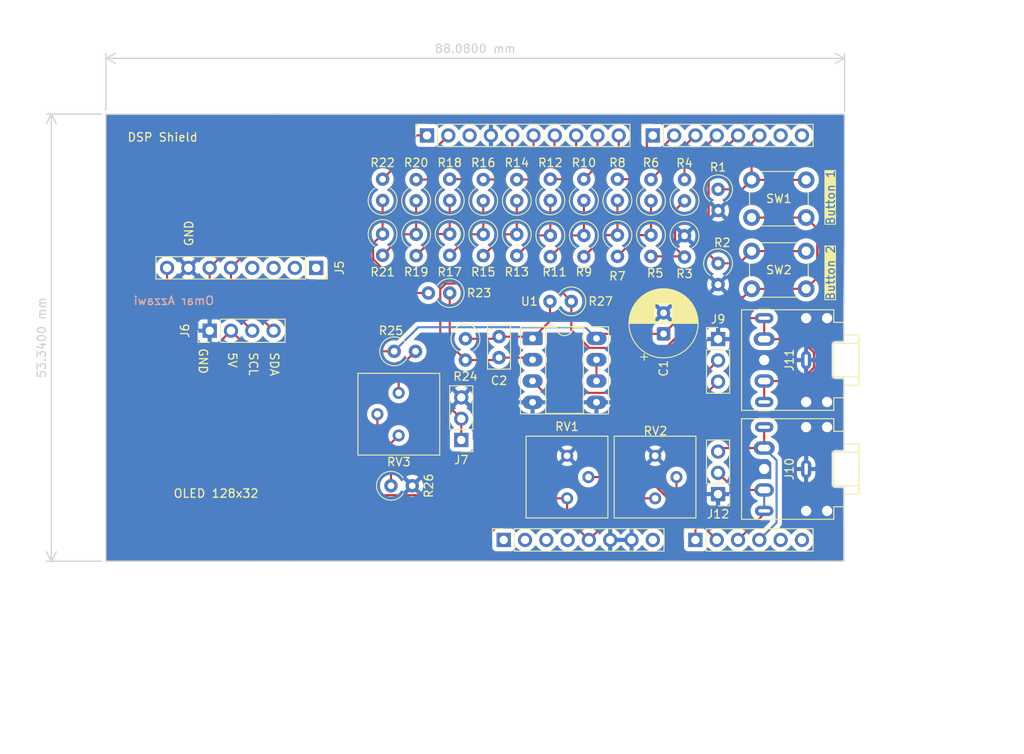
<source format=kicad_pcb>
(kicad_pcb (version 20241229) (generator "pcbnew") (generator_version "9.0")
  (title_block (date "mar. 31 mars 2015"))
  (layers (0 "F.Cu" signal) (2 "B.Cu" signal) (13 "F.Paste" user) (15 "B.Paste" user) (5 "F.SilkS" user "F.Silkscreen") (7 "B.SilkS" user "B.Silkscreen") (1 "F.Mask" user) (3 "B.Mask" user) (25 "Edge.Cuts" user))
  (net 0 "")
  (net 1 "GND")
  (net 3 "+5V")
  (net 4 "/IOREF")
  (net 5 "/A0")
  (net 6 "/A1")
  (net 7 "/SDA{slash}A4")
  (net 8 "/SCL{slash}A5")
  (net 9 "/AREF")
  (net 10 "/TX{slash}1")
  (net 11 "/RX{slash}0")
  (net 12 "+3V3")
  (net 13 "VCC")
  (net 14 "/~{RESET}")
  (net 15 "/SCL")
  (net 16 "/SDA")
  (net 21 "/BT1")
  (net 22 "/BT2")
  (net 23 "Net-(C2-Pad2)")
  (net 24 "Net-(U1A--)")
  (net 25 "/D7")
  (net 26 "/D8")
  (net 27 "/D9")
  (net 28 "/D6")
  (net 29 "/D4")
  (net 30 "/D5")
  (net 31 "/IN_RIGHT")
  (net 32 "/IN_LEFT")
  (net 33 "/D3")
  (net 34 "/D2")
  (net 35 "/D0")
  (net 36 "/D1")
  (net 37 "/AUDIO_OUT")
  (net 38 "Net-(J9-Pin_3)")
  (net 39 "Net-(J9-Pin_2)")
  (net 40 "Net-(R3-Pad2)")
  (net 41 "Net-(R5-Pad1)")
  (net 42 "Net-(R7-Pad1)")
  (net 43 "Net-(R10-Pad1)")
  (net 44 "Net-(R11-Pad1)")
  (net 45 "Net-(R13-Pad1)")
  (net 46 "Net-(R15-Pad1)")
  (net 47 "Net-(R17-Pad1)")
  (net 48 "Net-(R19-Pad1)")
  (net 49 "Net-(R21-Pad1)")
  (net 50 "Net-(R25-Pad2)")
  (net 51 "Net-(R26-Pad1)")
  (net 52 "Net-(U1B--)")
  (footprint "Connector_PinSocket_2.54mm:PinSocket_1x08_P2.54mm_Vertical" (layer "F.Cu") (at 127.94 97.46 90)
    (property "Reference" "J1" (hide yes))
    (property "Value" "Power")
    (pad "1" thru_hole rect (at 0 0 90) (size 1.7 1.7) (drill 1) (layers "*.Cu" "*.Mask"))
    (pad "2" thru_hole oval (at 0 2.54 90) (size 1.7 1.7) (drill 1) (layers "*.Cu" "*.Mask") (net 4 "/IOREF"))
    (pad "3" thru_hole oval (at 0 5.08 90) (size 1.7 1.7) (drill 1) (layers "*.Cu" "*.Mask") (net 14 "/~{RESET}"))
    (pad "4" thru_hole oval (at 0 7.62 90) (size 1.7 1.7) (drill 1) (layers "*.Cu" "*.Mask") (net 12 "+3V3"))
    (pad "5" thru_hole oval (at 0 10.16 90) (size 1.7 1.7) (drill 1) (layers "*.Cu" "*.Mask") (net 3 "+5V"))
    (pad "6" thru_hole oval (at 0 12.7 90) (size 1.7 1.7) (drill 1) (layers "*.Cu" "*.Mask") (net 1 "GND"))
    (pad "7" thru_hole oval (at 0 15.24 90) (size 1.7 1.7) (drill 1) (layers "*.Cu" "*.Mask") (net 1 "GND"))
    (pad "8" thru_hole oval (at 0 17.78 90) (size 1.7 1.7) (drill 1) (layers "*.Cu" "*.Mask") (net 13 "VCC"))
  )
  (footprint "Connector_PinSocket_2.54mm:PinSocket_1x06_P2.54mm_Vertical" (layer "F.Cu") (at 150.8 97.46 90)
    (property "Reference" "J3" (hide yes))
    (property "Value" "Analog")
    (pad "1" thru_hole rect (at 0 0 90) (size 1.7 1.7) (drill 1) (layers "*.Cu" "*.Mask") (net 5 "/A0"))
    (pad "2" thru_hole oval (at 0 2.54 90) (size 1.7 1.7) (drill 1) (layers "*.Cu" "*.Mask") (net 6 "/A1"))
    (pad "3" thru_hole oval (at 0 5.08 90) (size 1.7 1.7) (drill 1) (layers "*.Cu" "*.Mask") (net 31 "/IN_RIGHT"))
    (pad "4" thru_hole oval (at 0 7.62 90) (size 1.7 1.7) (drill 1) (layers "*.Cu" "*.Mask") (net 32 "/IN_LEFT"))
    (pad "5" thru_hole oval (at 0 10.16 90) (size 1.7 1.7) (drill 1) (layers "*.Cu" "*.Mask") (net 7 "/SDA{slash}A4"))
    (pad "6" thru_hole oval (at 0 12.7 90) (size 1.7 1.7) (drill 1) (layers "*.Cu" "*.Mask") (net 8 "/SCL{slash}A5"))
  )
  (footprint "Connector_PinSocket_2.54mm:PinSocket_1x10_P2.54mm_Vertical" (layer "F.Cu") (at 118.796 49.2 90)
    (property "Reference" "J2" (hide yes))
    (property "Value" "Digital/PWM")
    (pad "1" thru_hole rect (at 0 0 90) (size 1.7 1.7) (drill 1) (layers "*.Cu" "*.Mask") (net 15 "/SCL"))
    (pad "2" thru_hole oval (at 0 2.54 90) (size 1.7 1.7) (drill 1) (layers "*.Cu" "*.Mask") (net 16 "/SDA"))
    (pad "3" thru_hole oval (at 0 5.08 90) (size 1.7 1.7) (drill 1) (layers "*.Cu" "*.Mask") (net 9 "/AREF"))
    (pad "4" thru_hole oval (at 0 7.62 90) (size 1.7 1.7) (drill 1) (layers "*.Cu" "*.Mask") (net 1 "GND"))
    (pad "5" thru_hole oval (at 0 10.16 90) (size 1.7 1.7) (drill 1) (layers "*.Cu" "*.Mask") (net 27 "/D9"))
    (pad "6" thru_hole oval (at 0 12.7 90) (size 1.7 1.7) (drill 1) (layers "*.Cu" "*.Mask") (net 26 "/D8"))
    (pad "7" thru_hole oval (at 0 15.24 90) (size 1.7 1.7) (drill 1) (layers "*.Cu" "*.Mask") (net 25 "/D7"))
    (pad "8" thru_hole oval (at 0 17.78 90) (size 1.7 1.7) (drill 1) (layers "*.Cu" "*.Mask") (net 28 "/D6"))
    (pad "9" thru_hole oval (at 0 20.32 90) (size 1.7 1.7) (drill 1) (layers "*.Cu" "*.Mask") (net 30 "/D5"))
    (pad "10" thru_hole oval (at 0 22.86 90) (size 1.7 1.7) (drill 1) (layers "*.Cu" "*.Mask") (net 29 "/D4"))
  )
  (footprint "Connector_PinSocket_2.54mm:PinSocket_1x08_P2.54mm_Vertical" (layer "F.Cu") (at 145.72 49.2 90)
    (property "Reference" "J4" (hide yes))
    (property "Value" "Digital/PWM")
    (pad "1" thru_hole rect (at 0 0 90) (size 1.7 1.7) (drill 1) (layers "*.Cu" "*.Mask") (net 33 "/D3"))
    (pad "2" thru_hole oval (at 0 2.54 90) (size 1.7 1.7) (drill 1) (layers "*.Cu" "*.Mask") (net 34 "/D2"))
    (pad "3" thru_hole oval (at 0 5.08 90) (size 1.7 1.7) (drill 1) (layers "*.Cu" "*.Mask") (net 36 "/D1"))
    (pad "4" thru_hole oval (at 0 7.62 90) (size 1.7 1.7) (drill 1) (layers "*.Cu" "*.Mask") (net 35 "/D0"))
    (pad "5" thru_hole oval (at 0 10.16 90) (size 1.7 1.7) (drill 1) (layers "*.Cu" "*.Mask") (net 22 "/BT2"))
    (pad "6" thru_hole oval (at 0 12.7 90) (size 1.7 1.7) (drill 1) (layers "*.Cu" "*.Mask") (net 21 "/BT1"))
    (pad "7" thru_hole oval (at 0 15.24 90) (size 1.7 1.7) (drill 1) (layers "*.Cu" "*.Mask") (net 10 "/TX{slash}1"))
    (pad "8" thru_hole oval (at 0 17.78 90) (size 1.7 1.7) (drill 1) (layers "*.Cu" "*.Mask") (net 11 "/RX{slash}0"))
  )
  (footprint "Resistor_THT:R_Axial_DIN0309_L9.0mm_D3.2mm_P2.54mm_Vertical" (layer "F.Cu") (at 137.5 61.13 -90)
    (property "Reference" "R9" (at 4.37 0 0) (layer "F.SilkS"))
    (property "Value" "10k")
    (pad "1" thru_hole circle (at 0 0 270) (size 1.6 1.6) (drill 0.8) (layers "*.Cu" "*.Mask") (net 43 "Net-(R10-Pad1)"))
    (pad "2" thru_hole circle (at 2.54 0 270) (size 1.6 1.6) (drill 0.8) (layers "*.Cu" "*.Mask") (net 42 "Net-(R7-Pad1)"))
  )
  (footprint "Resistor_THT:R_Axial_DIN0309_L9.0mm_D3.2mm_P2.54mm_Vertical" (layer "F.Cu") (at 129.5 61 -90)
    (property "Reference" "R13" (at 4.5 0 0) (layer "F.SilkS"))
    (property "Value" "10k")
    (pad "1" thru_hole circle (at 0 0 270) (size 1.6 1.6) (drill 0.8) (layers "*.Cu" "*.Mask") (net 45 "Net-(R13-Pad1)"))
    (pad "2" thru_hole circle (at 2.54 0 270) (size 1.6 1.6) (drill 0.8) (layers "*.Cu" "*.Mask") (net 44 "Net-(R11-Pad1)"))
  )
  (footprint "Resistor_THT:R_Axial_DIN0309_L9.0mm_D3.2mm_P2.54mm_Vertical" (layer "F.Cu") (at 129.5 57 90)
    (property "Reference" "R14" (at 4.54 0 180) (layer "F.SilkS"))
    (property "Value" "20k")
    (pad "1" thru_hole circle (at 0 0 90) (size 1.6 1.6) (drill 0.8) (layers "*.Cu" "*.Mask") (net 45 "Net-(R13-Pad1)"))
    (pad "2" thru_hole circle (at 2.54 0 90) (size 1.6 1.6) (drill 0.8) (layers "*.Cu" "*.Mask") (net 30 "/D5"))
  )
  (footprint "Resistor_THT:R_Axial_DIN0309_L9.0mm_D3.2mm_P2.54mm_Vertical" (layer "F.Cu") (at 121.5 56.96 90)
    (property "Reference" "R18" (at 4.5 0 180) (layer "F.SilkS"))
    (property "Value" "20k")
    (pad "1" thru_hole circle (at 0 0 90) (size 1.6 1.6) (drill 0.8) (layers "*.Cu" "*.Mask") (net 47 "Net-(R17-Pad1)"))
    (pad "2" thru_hole circle (at 2.54 0 90) (size 1.6 1.6) (drill 0.8) (layers "*.Cu" "*.Mask") (net 25 "/D7"))
  )
  (footprint "Resistor_THT:R_Axial_DIN0309_L9.0mm_D3.2mm_P2.54mm_Vertical" (layer "F.Cu") (at 149.5 57 90)
    (property "Reference" "R4" (at 4.5 0 180) (layer "F.SilkS"))
    (property "Value" "20k")
    (pad "1" thru_hole circle (at 0 0 90) (size 1.6 1.6) (drill 0.8) (layers "*.Cu" "*.Mask") (net 40 "Net-(R3-Pad2)"))
    (pad "2" thru_hole circle (at 2.54 0 90) (size 1.6 1.6) (drill 0.8) (layers "*.Cu" "*.Mask") (net 35 "/D0"))
  )
  (footprint "Resistor_THT:R_Axial_DIN0309_L9.0mm_D3.2mm_P2.54mm_Vertical" (layer "F.Cu") (at 125.5 61 -90)
    (property "Reference" "R15" (at 4.5 0 0) (layer "F.SilkS"))
    (property "Value" "10k")
    (pad "1" thru_hole circle (at 0 0 270) (size 1.6 1.6) (drill 0.8) (layers "*.Cu" "*.Mask") (net 46 "Net-(R15-Pad1)"))
    (pad "2" thru_hole circle (at 2.54 0 270) (size 1.6 1.6) (drill 0.8) (layers "*.Cu" "*.Mask") (net 45 "Net-(R13-Pad1)"))
  )
  (footprint "Resistor_THT:R_Axial_DIN0309_L9.0mm_D3.2mm_P2.54mm_Vertical" (layer "F.Cu") (at 117.5 61 -90)
    (property "Reference" "R19" (at 4.5 0 180) (layer "F.SilkS"))
    (property "Value" "10k")
    (pad "1" thru_hole circle (at 0 0 270) (size 1.6 1.6) (drill 0.8) (layers "*.Cu" "*.Mask") (net 48 "Net-(R19-Pad1)"))
    (pad "2" thru_hole circle (at 2.54 0 270) (size 1.6 1.6) (drill 0.8) (layers "*.Cu" "*.Mask") (net 47 "Net-(R17-Pad1)"))
  )
  (footprint "Capacitor_THT:C_Disc_D5.0mm_W2.5mm_P2.50mm" (layer "F.Cu") (at 127.38 75.71 90)
    (property "Reference" "C2" (at -2.75 0 180) (layer "F.SilkS"))
    (property "Value" "100pF")
    (pad "1" thru_hole circle (at 0 0 90) (size 1.6 1.6) (drill 0.8) (layers "*.Cu" "*.Mask") (net 24 "Net-(U1A--)"))
    (pad "2" thru_hole circle (at 2.5 0 90) (size 1.6 1.6) (drill 0.8) (layers "*.Cu" "*.Mask") (net 23 "Net-(C2-Pad2)"))
  )
  (footprint "Resistor_THT:R_Axial_DIN0309_L9.0mm_D3.2mm_P2.54mm_Vertical" (layer "F.Cu") (at 141.5 61.09 -90)
    (property "Reference" "R7" (at 4.91 0 180) (layer "F.SilkS"))
    (property "Value" "10k")
    (pad "1" thru_hole circle (at 0 0 270) (size 1.6 1.6) (drill 0.8) (layers "*.Cu" "*.Mask") (net 42 "Net-(R7-Pad1)"))
    (pad "2" thru_hole circle (at 2.54 0 270) (size 1.6 1.6) (drill 0.8) (layers "*.Cu" "*.Mask") (net 41 "Net-(R5-Pad1)"))
  )
  (footprint "Resistor_THT:R_Axial_DIN0309_L9.0mm_D3.2mm_P2.54mm_Vertical" (layer "F.Cu") (at 113.5 60.96 -90)
    (property "Reference" "R21" (at 4.54 0 0) (layer "F.SilkS"))
    (property "Value" "10k")
    (pad "1" thru_hole circle (at 0 0 270) (size 1.6 1.6) (drill 0.8) (layers "*.Cu" "*.Mask") (net 49 "Net-(R21-Pad1)"))
    (pad "2" thru_hole circle (at 2.54 0 270) (size 1.6 1.6) (drill 0.8) (layers "*.Cu" "*.Mask") (net 48 "Net-(R19-Pad1)"))
  )
  (footprint "Button_Switch_THT:SW_PUSH_6mm" (layer "F.Cu") (at 164 67.5 180)
    (property "Reference" "SW2" (at 3.25 2.25 0) (layer "F.SilkS"))
    (property "Value" "BT_2")
    (pad "1" thru_hole circle (at 0 0 270) (size 2 2) (drill 1.1) (layers "*.Cu" "*.Mask") (net 3 "+5V"))
    (pad "1" thru_hole circle (at 6.5 0 270) (size 2 2) (drill 1.1) (layers "*.Cu" "*.Mask") (net 3 "+5V"))
    (pad "2" thru_hole circle (at 0 4.5 270) (size 2 2) (drill 1.1) (layers "*.Cu" "*.Mask") (net 22 "/BT2"))
    (pad "2" thru_hole circle (at 6.5 4.5 270) (size 2 2) (drill 1.1) (layers "*.Cu" "*.Mask") (net 22 "/BT2"))
  )
  (footprint "Resistor_THT:R_Axial_DIN0309_L9.0mm_D3.2mm_P2.54mm_Vertical" (layer "F.Cu") (at 117.5 57 90)
    (property "Reference" "R20" (at 4.54 0 180) (layer "F.SilkS"))
    (property "Value" "20k")
    (pad "1" thru_hole circle (at 0 0 90) (size 1.6 1.6) (drill 0.8) (layers "*.Cu" "*.Mask") (net 48 "Net-(R19-Pad1)"))
    (pad "2" thru_hole circle (at 2.54 0 90) (size 1.6 1.6) (drill 0.8) (layers "*.Cu" "*.Mask") (net 26 "/D8"))
  )
  (footprint "Resistor_THT:R_Axial_DIN0309_L9.0mm_D3.2mm_P2.54mm_Vertical" (layer "F.Cu") (at 145.5 57 90)
    (property "Reference" "R6" (at 4.54 0 180) (layer "F.SilkS"))
    (property "Value" "20k")
    (pad "1" thru_hole circle (at 0 0 90) (size 1.6 1.6) (drill 0.8) (layers "*.Cu" "*.Mask") (net 41 "Net-(R5-Pad1)"))
    (pad "2" thru_hole circle (at 2.54 0 90) (size 1.6 1.6) (drill 0.8) (layers "*.Cu" "*.Mask") (net 36 "/D1"))
  )
  (footprint "Connector_PinHeader_2.54mm:PinHeader_1x03_P2.54mm_Vertical" (layer "F.Cu") (at 122.88 85.54 180)
    (property "Reference" "J7" (at 0 -2.38 0) (layer "F.SilkS"))
    (property "Value" "AUDIO_OUT")
    (pad "1" thru_hole rect (at 0 0 180) (size 1.7 1.7) (drill 1) (layers "*.Cu" "*.Mask") (net 37 "/AUDIO_OUT"))
    (pad "2" thru_hole circle (at 0 2.54 180) (size 1.7 1.7) (drill 1) (layers "*.Cu" "*.Mask") (net 37 "/AUDIO_OUT"))
    (pad "3" thru_hole circle (at 0 5.08 180) (size 1.7 1.7) (drill 1) (layers "*.Cu" "*.Mask") (net 1 "GND"))
  )
  (footprint "Resistor_THT:R_Axial_DIN0309_L9.0mm_D3.2mm_P2.54mm_Vertical" (layer "F.Cu") (at 137.5 56.96 90)
    (property "Reference" "R10" (at 4.5 0 180) (layer "F.SilkS"))
    (property "Value" "20k")
    (pad "1" thru_hole circle (at 0 0 90) (size 1.6 1.6) (drill 0.8) (layers "*.Cu" "*.Mask") (net 43 "Net-(R10-Pad1)"))
    (pad "2" thru_hole circle (at 2.54 0 90) (size 1.6 1.6) (drill 0.8) (layers "*.Cu" "*.Mask") (net 33 "/D3"))
  )
  (footprint "Connector_PinSocket_2.54mm:PinSocket_1x08_P2.54mm_Vertical" (layer "F.Cu") (at 105.58 65 -90)
    (property "Reference" "J5" (at 0 -2.77 90) (layer "F.SilkS"))
    (property "Value" "IMU_CONN")
    (pad "1" thru_hole rect (at 0 0 270) (size 1.7 1.7) (drill 1) (layers "*.Cu" "*.Mask"))
    (pad "2" thru_hole circle (at 0 2.54 270) (size 1.7 1.7) (drill 1) (layers "*.Cu" "*.Mask"))
    (pad "3" thru_hole circle (at 0 5.08 270) (size 1.7 1.7) (drill 1) (layers "*.Cu" "*.Mask"))
    (pad "4" thru_hole circle (at 0 7.62 270) (size 1.7 1.7) (drill 1) (layers "*.Cu" "*.Mask"))
    (pad "5" thru_hole circle (at 0 10.16 270) (size 1.7 1.7) (drill 1) (layers "*.Cu" "*.Mask") (net 16 "/SDA"))
    (pad "6" thru_hole circle (at 0 12.7 270) (size 1.7 1.7) (drill 1) (layers "*.Cu" "*.Mask") (net 15 "/SCL"))
    (pad "7" thru_hole circle (at 0 15.24 270) (size 1.7 1.7) (drill 1) (layers "*.Cu" "*.Mask") (net 1 "GND"))
    (pad "8" thru_hole circle (at 0 17.78 270) (size 1.7 1.7) (drill 1) (layers "*.Cu" "*.Mask") (net 3 "+5V"))
  )
  (footprint "Resistor_THT:R_Axial_DIN0309_L9.0mm_D3.2mm_P2.54mm_Vertical" (layer "F.Cu") (at 114.5 91)
    (property "Reference" "R26" (at 4.5 0 90) (layer "F.SilkS"))
    (property "Value" "20k")
    (pad "1" thru_hole circle (at 0 0) (size 1.6 1.6) (drill 0.8) (layers "*.Cu" "*.Mask") (net 51 "Net-(R26-Pad1)"))
    (pad "2" thru_hole circle (at 2.54 0) (size 1.6 1.6) (drill 0.8) (layers "*.Cu" "*.Mask") (net 1 "GND"))
  )
  (footprint "Connector_Audio:Jack_3.5mm_CUI_SJ1-3525N_Horizontal" (layer "F.Cu") (at 164 76 90)
    (property "Reference" "J11" (at 0 -2 90) (layer "F.SilkS"))
    (property "Value" "AudioJack5")
    (fp_line (start 1.8 3.1) (end -1.8 3.1) (stroke (width 0.12)) (layer "Edge.Cuts"))
    (fp_line (start 2.2 3.5) (end 2.2 4.5) (stroke (width 0.12)) (layer "Edge.Cuts"))
    (fp_line (start -2.2 3.5) (end -2.2 4.5) (stroke (width 0.12)) (layer "Edge.Cuts"))
    (fp_line (start 2.2 4.5) (end 6.5 4.5) (stroke (width 0.12)) (layer "Edge.Cuts"))
    (fp_line (start -2.2 4.5) (end -6.5 4.5) (stroke (width 0.12)) (layer "Edge.Cuts"))
    (fp_arc (start 1.8 3.1) (mid 2.082843 3.217157) (end 2.2 3.5) (stroke (width 0.12)) (layer "Edge.Cuts"))
    (fp_arc (start -2.2 3.5) (mid -2.082842 3.217158) (end -1.8 3.1) (stroke (width 0.12)) (layer "Edge.Cuts"))
    (pad "" np_thru_hole circle (at -5 0 90) (size 1.2 1.2) (drill 1.2) (layers "*.Cu" "*.Mask"))
    (pad "" np_thru_hole circle (at -5 2.5 90) (size 1.2 1.2) (drill 1.2) (layers "*.Cu" "*.Mask"))
    (pad "" np_thru_hole circle (at 0 -5 90) (size 1.2 1.2) (drill 1.2) (layers "*.Cu" "*.Mask"))
    (pad "" np_thru_hole circle (at 5 0 90) (size 1.2 1.2) (drill 1.2) (layers "*.Cu" "*.Mask"))
    (pad "" np_thru_hole circle (at 5 2.5 90) (size 1.2 1.2) (drill 1.2) (layers "*.Cu" "*.Mask"))
    (pad "R" thru_hole oval (at -5 -5 90) (size 1.2 2.2) (drill oval 0.4 1.4) (layers "*.Cu" "*.Mask") (net 37 "/AUDIO_OUT"))
    (pad "RN" thru_hole oval (at -2.5 -5 90) (size 1.6 2.3) (drill oval 0.8 1.5) (layers "*.Cu" "*.Mask") (net 37 "/AUDIO_OUT"))
    (pad "S" thru_hole oval (at 0 0 90) (size 2.2 1.2) (drill oval 1.4 0.4) (layers "*.Cu" "*.Mask") (net 1 "GND"))
    (pad "T" thru_hole oval (at 5 -5 270) (size 1.2 2.2) (drill oval 0.4 1.4) (layers "*.Cu" "*.Mask") (net 37 "/AUDIO_OUT"))
    (pad "TN" thru_hole oval (at 2.5 -5 270) (size 1.6 2.5) (drill oval 0.8 1.5) (layers "*.Cu" "*.Mask") (net 37 "/AUDIO_OUT"))
  )
  (footprint "Resistor_THT:R_Axial_DIN0309_L9.0mm_D3.2mm_P2.54mm_Vertical" (layer "F.Cu") (at 145.5 61.09 -90)
    (property "Reference" "R5" (at 4.54 -0.5 180) (layer "F.SilkS"))
    (property "Value" "10k")
    (pad "1" thru_hole circle (at 0 0 270) (size 1.6 1.6) (drill 0.8) (layers "*.Cu" "*.Mask") (net 41 "Net-(R5-Pad1)"))
    (pad "2" thru_hole circle (at 2.54 0 270) (size 1.6 1.6) (drill 0.8) (layers "*.Cu" "*.Mask") (net 40 "Net-(R3-Pad2)"))
  )
  (footprint "Capacitor_THT:CP_Radial_D8.0mm_P2.50mm" (layer "F.Cu") (at 147 72.87 90)
    (property "Reference" "C1" (at -4.13 0 90) (layer "F.SilkS"))
    (property "Value" "47uF")
    (pad "1" thru_hole roundrect (at 0 0 90) (size 1.6 1.6) (drill 0.8) (layers "*.Cu" "*.Mask") (roundrect_rratio 0.15625) (net 3 "+5V"))
    (pad "2" thru_hole circle (at 2.5 0 90) (size 1.6 1.6) (drill 0.8) (layers "*.Cu" "*.Mask") (net 1 "GND"))
  )
  (footprint "Resistor_THT:R_Axial_DIN0309_L9.0mm_D3.2mm_P2.54mm_Vertical" (layer "F.Cu") (at 123.38 73.46 -90)
    (property "Reference" "R24" (at 4.5 0 180) (layer "F.SilkS"))
    (property "Value" "20k")
    (pad "1" thru_hole circle (at 0 0 270) (size 1.6 1.6) (drill 0.8) (layers "*.Cu" "*.Mask") (net 23 "Net-(C2-Pad2)"))
    (pad "2" thru_hole circle (at 2.54 0 270) (size 1.6 1.6) (drill 0.8) (layers "*.Cu" "*.Mask") (net 24 "Net-(U1A--)"))
  )
  (footprint "Resistor_THT:R_Axial_DIN0309_L9.0mm_D3.2mm_P2.54mm_Vertical" (layer "F.Cu") (at 133.5 56.96 90)
    (property "Reference" "R12" (at 4.5 0 180) (layer "F.SilkS"))
    (property "Value" "20k")
    (pad "1" thru_hole circle (at 0 0 90) (size 1.6 1.6) (drill 0.8) (layers "*.Cu" "*.Mask") (net 44 "Net-(R11-Pad1)"))
    (pad "2" thru_hole circle (at 2.54 0 90) (size 1.6 1.6) (drill 0.8) (layers "*.Cu" "*.Mask") (net 29 "/D4"))
  )
  (footprint "Button_Switch_THT:SW_PUSH_6mm" (layer "F.Cu") (at 164 59 180)
    (property "Reference" "SW1" (at 3.25 2.25 0) (layer "F.SilkS"))
    (property "Value" "BT_1")
    (pad "1" thru_hole circle (at 0 0 270) (size 2 2) (drill 1.1) (layers "*.Cu" "*.Mask") (net 3 "+5V"))
    (pad "1" thru_hole circle (at 6.5 0 270) (size 2 2) (drill 1.1) (layers "*.Cu" "*.Mask") (net 3 "+5V"))
    (pad "2" thru_hole circle (at 0 4.5 270) (size 2 2) (drill 1.1) (layers "*.Cu" "*.Mask") (net 21 "/BT1"))
    (pad "2" thru_hole circle (at 6.5 4.5 270) (size 2 2) (drill 1.1) (layers "*.Cu" "*.Mask") (net 21 "/BT1"))
  )
  (footprint "Resistor_THT:R_Axial_DIN0309_L9.0mm_D3.2mm_P2.54mm_Vertical" (layer "F.Cu") (at 133.5 61.13 -90)
    (property "Reference" "R11" (at 4.37 -0.5 180) (layer "F.SilkS"))
    (property "Value" "10k")
    (pad "1" thru_hole circle (at 0 0 270) (size 1.6 1.6) (drill 0.8) (layers "*.Cu" "*.Mask") (net 44 "Net-(R11-Pad1)"))
    (pad "2" thru_hole circle (at 2.54 0 270) (size 1.6 1.6) (drill 0.8) (layers "*.Cu" "*.Mask") (net 43 "Net-(R10-Pad1)"))
  )
  (footprint "Resistor_THT:R_Axial_DIN0309_L9.0mm_D3.2mm_P2.54mm_Vertical" (layer "F.Cu") (at 113.5 56.96 90)
    (property "Reference" "R22" (at 4.5 0 180) (layer "F.SilkS"))
    (property "Value" "20k")
    (pad "1" thru_hole circle (at 0 0 90) (size 1.6 1.6) (drill 0.8) (layers "*.Cu" "*.Mask") (net 49 "Net-(R21-Pad1)"))
    (pad "2" thru_hole circle (at 2.54 0 90) (size 1.6 1.6) (drill 0.8) (layers "*.Cu" "*.Mask") (net 27 "/D9"))
  )
  (footprint "Connector_PinHeader_2.54mm:PinHeader_1x03_P2.54mm_Vertical" (layer "F.Cu") (at 153.5 92 180)
    (property "Reference" "J12" (at 0 -2.38 0) (layer "F.SilkS"))
    (property "Value" "AUDIO_IN")
    (pad "1" thru_hole rect (at 0 0 180) (size 1.7 1.7) (drill 1) (layers "*.Cu" "*.Mask") (net 1 "GND"))
    (pad "2" thru_hole circle (at 0 2.54 180) (size 1.7 1.7) (drill 1) (layers "*.Cu" "*.Mask") (net 31 "/IN_RIGHT"))
    (pad "3" thru_hole circle (at 0 5.08 180) (size 1.7 1.7) (drill 1) (layers "*.Cu" "*.Mask") (net 32 "/IN_LEFT"))
  )
  (footprint "Resistor_THT:R_Axial_DIN0309_L9.0mm_D3.2mm_P2.54mm_Vertical" (layer "F.Cu") (at 153.5 55.63 -90)
    (property "Reference" "R1" (at -2.63 0 180) (layer "F.SilkS"))
    (property "Value" "100k")
    (pad "1" thru_hole circle (at 0 0 270) (size 1.6 1.6) (drill 0.8) (layers "*.Cu" "*.Mask") (net 21 "/BT1"))
    (pad "2" thru_hole circle (at 2.54 0 270) (size 1.6 1.6) (drill 0.8) (layers "*.Cu" "*.Mask") (net 1 "GND"))
  )
  (footprint "Resistor_THT:R_Axial_DIN0309_L9.0mm_D3.2mm_P2.54mm_Vertical" (layer "F.Cu") (at 136 69 180)
    (property "Reference" "R27" (at -3.5 0 0) (layer "F.SilkS"))
    (property "Value" "1k")
    (pad "1" thru_hole circle (at 0 0 180) (size 1.6 1.6) (drill 0.8) (layers "*.Cu" "*.Mask") (net 37 "/AUDIO_OUT"))
    (pad "2" thru_hole circle (at 2.54 0 180) (size 1.6 1.6) (drill 0.8) (layers "*.Cu" "*.Mask") (net 23 "Net-(C2-Pad2)"))
  )
  (footprint "Resistor_THT:R_Axial_DIN0309_L9.0mm_D3.2mm_P2.54mm_Vertical" (layer "F.Cu") (at 121.5 60.96 -90)
    (property "Reference" "R17" (at 4.54 0 0) (layer "F.SilkS"))
    (property "Value" "10k")
    (pad "1" thru_hole circle (at 0 0 270) (size 1.6 1.6) (drill 0.8) (layers "*.Cu" "*.Mask") (net 47 "Net-(R17-Pad1)"))
    (pad "2" thru_hole circle (at 2.54 0 270) (size 1.6 1.6) (drill 0.8) (layers "*.Cu" "*.Mask") (net 46 "Net-(R15-Pad1)"))
  )
  (footprint "Resistor_THT:R_Axial_DIN0309_L9.0mm_D3.2mm_P2.54mm_Vertical" (layer "F.Cu") (at 114.88 74.96)
    (property "Reference" "R25" (at -0.38 -2.46 0) (layer "F.SilkS"))
    (property "Value" "20k")
    (pad "1" thru_hole circle (at 0 0) (size 1.6 1.6) (drill 0.8) (layers "*.Cu" "*.Mask") (net 3 "+5V"))
    (pad "2" thru_hole circle (at 2.54 0) (size 1.6 1.6) (drill 0.8) (layers "*.Cu" "*.Mask") (net 50 "Net-(R25-Pad2)"))
  )
  (footprint "Resistor_THT:R_Axial_DIN0309_L9.0mm_D3.2mm_P2.54mm_Vertical" (layer "F.Cu") (at 125.5 57 90)
    (property "Reference" "R16" (at 4.54 0 180) (layer "F.SilkS"))
    (property "Value" "20k")
    (pad "1" thru_hole circle (at 0 0 90) (size 1.6 1.6) (drill 0.8) (layers "*.Cu" "*.Mask") (net 46 "Net-(R15-Pad1)"))
    (pad "2" thru_hole circle (at 2.54 0 90) (size 1.6 1.6) (drill 0.8) (layers "*.Cu" "*.Mask") (net 28 "/D6"))
  )
  (footprint "Potentiometer_THT:Potentiometer_Bourns_3386P_Vertical" (layer "F.Cu") (at 135.5 92.5)
    (property "Reference" "RV1" (at -0.015 -8.555 0) (layer "F.SilkS"))
    (property "Value" "100k")
    (pad "1" thru_hole circle (at 0 0) (size 1.44 1.44) (drill 0.8) (layers "*.Cu" "*.Mask") (net 3 "+5V"))
    (pad "2" thru_hole circle (at 2.54 -2.54) (size 1.44 1.44) (drill 0.8) (layers "*.Cu" "*.Mask") (net 5 "/A0"))
    (pad "3" thru_hole circle (at 0 -5.08) (size 1.44 1.44) (drill 0.8) (layers "*.Cu" "*.Mask") (net 1 "GND"))
  )
  (footprint "Resistor_THT:R_Axial_DIN0309_L9.0mm_D3.2mm_P2.54mm_Vertical" (layer "F.Cu") (at 153.5 64.46 -90)
    (property "Reference" "R2" (at -2.46 -0.5 180) (layer "F.SilkS"))
    (property "Value" "100k")
    (pad "1" thru_hole circle (at 0 0 270) (size 1.6 1.6) (drill 0.8) (layers "*.Cu" "*.Mask") (net 22 "/BT2"))
    (pad "2" thru_hole circle (at 2.54 0 270) (size 1.6 1.6) (drill 0.8) (layers "*.Cu" "*.Mask") (net 1 "GND"))
  )
  (footprint "Package_DIP:DIP-8_W7.62mm_Socket_LongPads" (layer "F.Cu") (at 131.38 73.42)
    (property "Reference" "U1" (at -0.38 -4.42 0) (layer "F.SilkS"))
    (property "Value" "MCP6002-xP")
    (pad "1" thru_hole roundrect (at 0 0) (size 2.4 1.6) (drill 0.8) (layers "*.Cu" "*.Mask") (roundrect_rratio 0.15625) (net 23 "Net-(C2-Pad2)"))
    (pad "2" thru_hole oval (at 0 2.54) (size 2.4 1.6) (drill 0.8) (layers "*.Cu" "*.Mask") (net 24 "Net-(U1A--)"))
    (pad "3" thru_hole oval (at 0 5.08) (size 2.4 1.6) (drill 0.8) (layers "*.Cu" "*.Mask") (net 39 "Net-(J9-Pin_2)"))
    (pad "4" thru_hole oval (at 0 7.62) (size 2.4 1.6) (drill 0.8) (layers "*.Cu" "*.Mask") (net 1 "GND"))
    (pad "5" thru_hole oval (at 7.62 7.62) (size 2.4 1.6) (drill 0.8) (layers "*.Cu" "*.Mask") (net 1 "GND"))
    (pad "6" thru_hole oval (at 7.62 5.08) (size 2.4 1.6) (drill 0.8) (layers "*.Cu" "*.Mask") (net 52 "Net-(U1B--)"))
    (pad "7" thru_hole oval (at 7.62 2.54) (size 2.4 1.6) (drill 0.8) (layers "*.Cu" "*.Mask") (net 52 "Net-(U1B--)"))
    (pad "8" thru_hole oval (at 7.62 0) (size 2.4 1.6) (drill 0.8) (layers "*.Cu" "*.Mask") (net 3 "+5V"))
  )
  (footprint "Connector_PinHeader_2.54mm:PinHeader_1x03_P2.54mm_Vertical" (layer "F.Cu") (at 153.5 73.5)
    (property "Reference" "J9" (at 0 -2.38 0) (layer "F.SilkS"))
    (property "Value" "JUMPER")
    (pad "1" thru_hole rect (at 0 0) (size 1.7 1.7) (drill 1) (layers "*.Cu" "*.Mask") (net 1 "GND"))
    (pad "2" thru_hole circle (at 0 2.54) (size 1.7 1.7) (drill 1) (layers "*.Cu" "*.Mask") (net 39 "Net-(J9-Pin_2)"))
    (pad "3" thru_hole circle (at 0 5.08) (size 1.7 1.7) (drill 1) (layers "*.Cu" "*.Mask") (net 38 "Net-(J9-Pin_3)"))
  )
  (footprint "Resistor_THT:R_Axial_DIN0309_L9.0mm_D3.2mm_P2.54mm_Vertical" (layer "F.Cu") (at 149.5 61.17 -90)
    (property "Reference" "R3" (at 4.54 0 180) (layer "F.SilkS"))
    (property "Value" "20k")
    (pad "1" thru_hole circle (at 0 0 270) (size 1.6 1.6) (drill 0.8) (layers "*.Cu" "*.Mask") (net 1 "GND"))
    (pad "2" thru_hole circle (at 2.54 0 270) (size 1.6 1.6) (drill 0.8) (layers "*.Cu" "*.Mask") (net 40 "Net-(R3-Pad2)"))
  )
  (footprint "Connector_Audio:Jack_3.5mm_CUI_SJ1-3525N_Horizontal" (layer "F.Cu") (at 164 89 90)
    (property "Reference" "J10" (at 0 -2 90) (layer "F.SilkS"))
    (property "Value" "AudioJack5")
    (fp_line (start 1.8 3.1) (end -1.8 3.1) (stroke (width 0.12)) (layer "Edge.Cuts"))
    (fp_line (start 2.2 3.5) (end 2.2 4.5) (stroke (width 0.12)) (layer "Edge.Cuts"))
    (fp_line (start -2.2 3.5) (end -2.2 4.5) (stroke (width 0.12)) (layer "Edge.Cuts"))
    (fp_line (start 2.2 4.5) (end 6.5 4.5) (stroke (width 0.12)) (layer "Edge.Cuts"))
    (fp_line (start -2.2 4.5) (end -6.5 4.5) (stroke (width 0.12)) (layer "Edge.Cuts"))
    (fp_arc (start 1.8 3.1) (mid 2.082843 3.217157) (end 2.2 3.5) (stroke (width 0.12)) (layer "Edge.Cuts"))
    (fp_arc (start -2.2 3.5) (mid -2.082842 3.217158) (end -1.8 3.1) (stroke (width 0.12)) (layer "Edge.Cuts"))
    (pad "" np_thru_hole circle (at -5 0 90) (size 1.2 1.2) (drill 1.2) (layers "*.Cu" "*.Mask"))
    (pad "" np_thru_hole circle (at -5 2.5 90) (size 1.2 1.2) (drill 1.2) (layers "*.Cu" "*.Mask"))
    (pad "" np_thru_hole circle (at 0 -5 90) (size 1.2 1.2) (drill 1.2) (layers "*.Cu" "*.Mask"))
    (pad "" np_thru_hole circle (at 5 0 90) (size 1.2 1.2) (drill 1.2) (layers "*.Cu" "*.Mask"))
    (pad "" np_thru_hole circle (at 5 2.5 90) (size 1.2 1.2) (drill 1.2) (layers "*.Cu" "*.Mask"))
    (pad "R" thru_hole oval (at -5 -5 90) (size 1.2 2.2) (drill oval 0.4 1.4) (layers "*.Cu" "*.Mask") (net 31 "/IN_RIGHT"))
    (pad "RN" thru_hole oval (at -2.5 -5 90) (size 1.6 2.3) (drill oval 0.8 1.5) (layers "*.Cu" "*.Mask") (net 31 "/IN_RIGHT"))
    (pad "S" thru_hole oval (at 0 0 90) (size 2.2 1.2) (drill oval 1.4 0.4) (layers "*.Cu" "*.Mask") (net 1 "GND"))
    (pad "T" thru_hole oval (at 5 -5 270) (size 1.2 2.2) (drill oval 0.4 1.4) (layers "*.Cu" "*.Mask") (net 32 "/IN_LEFT"))
    (pad "TN" thru_hole oval (at 2.5 -5 270) (size 1.6 2.5) (drill oval 0.8 1.5) (layers "*.Cu" "*.Mask") (net 32 "/IN_LEFT"))
  )
  (footprint "Potentiometer_THT:Potentiometer_Bourns_3386P_Vertical" (layer "F.Cu") (at 115.42 79.92 180)
    (property "Reference" "RV3" (at -0.015 -8.24 0) (layer "F.SilkS"))
    (property "Value" "100k")
    (pad "1" thru_hole circle (at 0 0 180) (size 1.44 1.44) (drill 0.8) (layers "*.Cu" "*.Mask") (net 50 "Net-(R25-Pad2)"))
    (pad "2" thru_hole circle (at 2.54 -2.54 180) (size 1.44 1.44) (drill 0.8) (layers "*.Cu" "*.Mask") (net 38 "Net-(J9-Pin_3)"))
    (pad "3" thru_hole circle (at 0 -5.08 180) (size 1.44 1.44) (drill 0.8) (layers "*.Cu" "*.Mask") (net 51 "Net-(R26-Pad1)"))
  )
  (footprint "Potentiometer_THT:Potentiometer_Bourns_3386P_Vertical" (layer "F.Cu") (at 146 92.5)
    (property "Reference" "RV2" (at 0.04 -8.04 0) (layer "F.SilkS"))
    (property "Value" "100k")
    (pad "1" thru_hole circle (at 0 0) (size 1.44 1.44) (drill 0.8) (layers "*.Cu" "*.Mask") (net 3 "+5V"))
    (pad "2" thru_hole circle (at 2.54 -2.54) (size 1.44 1.44) (drill 0.8) (layers "*.Cu" "*.Mask") (net 6 "/A1"))
    (pad "3" thru_hole circle (at 0 -5.08) (size 1.44 1.44) (drill 0.8) (layers "*.Cu" "*.Mask") (net 1 "GND"))
  )
  (footprint "Resistor_THT:R_Axial_DIN0309_L9.0mm_D3.2mm_P2.54mm_Vertical" (layer "F.Cu") (at 141.5 56.96 90)
    (property "Reference" "R8" (at 4.5 0 180) (layer "F.SilkS"))
    (property "Value" "20k")
    (pad "1" thru_hole circle (at 0 0 90) (size 1.6 1.6) (drill 0.8) (layers "*.Cu" "*.Mask") (net 42 "Net-(R7-Pad1)"))
    (pad "2" thru_hole circle (at 2.54 0 90) (size 1.6 1.6) (drill 0.8) (layers "*.Cu" "*.Mask") (net 34 "/D2"))
  )
  (footprint "Connector_PinHeader_2.54mm:PinHeader_1x04_P2.54mm_Vertical" (layer "F.Cu") (at 92.88 72.5 90)
    (property "Reference" "J6" (at 0 -2.95 90) (layer "F.SilkS"))
    (property "Value" "SCREEN_CONN")
    (pad "1" thru_hole rect (at 0 0 90) (size 1.7 1.7) (drill 1) (layers "*.Cu" "*.Mask") (net 1 "GND"))
    (pad "2" thru_hole circle (at 0 2.54 90) (size 1.7 1.7) (drill 1) (layers "*.Cu" "*.Mask") (net 3 "+5V"))
    (pad "3" thru_hole circle (at 0 5.08 90) (size 1.7 1.7) (drill 1) (layers "*.Cu" "*.Mask") (net 15 "/SCL"))
    (pad "4" thru_hole circle (at 0 7.62 90) (size 1.7 1.7) (drill 1) (layers "*.Cu" "*.Mask") (net 16 "/SDA"))
  )
  (footprint "Resistor_THT:R_Axial_DIN0309_L9.0mm_D3.2mm_P2.54mm_Vertical" (layer "F.Cu") (at 121.5 68 180)
    (property "Reference" "R23" (at -3.5 0 180) (layer "F.SilkS"))
    (property "Value" "20k")
    (pad "1" thru_hole circle (at 0 0 180) (size 1.6 1.6) (drill 0.8) (layers "*.Cu" "*.Mask") (net 24 "Net-(U1A--)"))
    (pad "2" thru_hole circle (at 2.54 0 180) (size 1.6 1.6) (drill 0.8) (layers "*.Cu" "*.Mask") (net 49 "Net-(R21-Pad1)"))
  )
  (gr_line (start 168.5 46.66) (end 168.58 46.66) (stroke (width 0.15)) (layer "Edge.Cuts"))
  (gr_line (start 100.492593 100) (end 165.278 100) (stroke (width 0.15)) (layer "Edge.Cuts"))
  (gr_line (start 168.5 95.5) (end 168.5 100) (stroke (width 0.15)) (layer "Edge.Cuts"))
  (gr_line (start 100.762 46.66) (end 163.5 46.66) (stroke (width 0.15)) (layer "Edge.Cuts"))
  (gr_line (start 168.58 61.9) (end 168.58 47) (stroke (width 0.15)) (layer "Edge.Cuts"))
  (gr_line (start 80.5 100) (end 100.223185 100) (stroke (width 0.15)) (layer "Edge.Cuts"))
  (gr_line (start 163.5 46.66) (end 168.5 46.66) (stroke (width 0.15)) (layer "Edge.Cuts"))
  (gr_line (start 168.58 61.9) (end 168.5 69.5) (stroke (width 0.15)) (layer "Edge.Cuts"))
  (gr_line (start 100.223185 100) (end 100.492593 100) (stroke (width 0.15)) (layer "Edge.Cuts"))
  (gr_line (start 168.5 100) (end 165.278 100) (stroke (width 0.15)) (layer "Edge.Cuts"))
  (gr_line (start 168.58 47) (end 168.58 46.66) (stroke (width 0.15)) (layer "Edge.Cuts"))
  (gr_line (start 80.5 100) (end 80.5 46.66) (stroke (width 0.15)) (layer "Edge.Cuts"))
  (gr_line (start 100.762 46.66) (end 80.5 46.66) (stroke (width 0.15)) (layer "Edge.Cuts"))
  (gr_text "SCL\n" (at 97.5 75 270) (layer "F.SilkS") (effects (font (size 1 1)) (justify left bottom)))
  (gr_text "DSP Shield" (at 83 50 0) (layer "F.SilkS") (effects (font (size 1 1)) (justify left bottom)))
  (gr_text "Button 2\n" (at 167.5 69 90) (layer "F.SilkS" knockout) (effects (font (size 1 1)) (justify left bottom)))
  (gr_text "Button 1" (at 167.5 60 90) (layer "F.SilkS" knockout) (effects (font (size 1 1)) (justify left bottom)))
  (gr_text "SDA\n" (at 100 75 270) (layer "F.SilkS") (effects (font (size 1 1)) (justify left bottom)))
  (gr_text "GND\n" (at 91 62.5 90) (layer "F.SilkS") (effects (font (size 1 1)) (justify left bottom)))
  (gr_text "OLED 128x32" (at 88.5 92.5 0) (layer "F.SilkS") (effects (font (size 1 1)) (justify left bottom)))
  (gr_text "GND\n" (at 91.5 74.5 270) (layer "F.SilkS") (effects (font (size 1 1)) (justify left bottom)))
  (gr_text "5V\n" (at 95 75 270) (layer "F.SilkS") (effects (font (size 1 1)) (justify left bottom)))
  (gr_text "Omar Azzawi" (at 93.5 69.5 0) (layer "B.SilkS") (effects (font (size 1 1)) (justify left bottom mirror)))
  (dimension (type orthogonal) (layer "Edge.Cuts") (pts (xy 168.58 46.83) (xy 80.5 46.66)) (height -6.83) (orientation 0) (format (prefix "") (suffix "") (units 3) (units_format 1) (precision 4)) (style (thickness 0.15) (arrow_length 1.27) (text_position_mode 0) (arrow_direction outward) (extension_height 0.58642) (extension_offset 0.5) (keep_text_aligned yes)) (gr_text "88.0800 mm" (at 124.54 38.85 0) (layer "Edge.Cuts") (effects (font (size 1 1) (thickness 0.15)))))
  (dimension (type orthogonal) (layer "Edge.Cuts") (pts (xy 80.5 46.66) (xy 80.5 100)) (height -6.5) (orientation 1) (format (prefix "") (suffix "") (units 3) (units_format 1) (precision 4)) (style (thickness 0.15) (arrow_length 1.27) (text_position_mode 0) (arrow_direction outward) (extension_height 0.58642) (extension_offset 0.5) (keep_text_aligned yes)) (gr_text "53.3400 mm" (at 72.85 73.33 90) (layer "Edge.Cuts") (effects (font (size 1 1) (thickness 0.15)))))
  (segment (start 153.5 92) (end 154.126 92.626) (width 0.25) (layer "F.Cu") (net 1))
  (segment (start 139.55 72.87) (end 139 73.42) (width 0.25) (layer "F.Cu") (net 3))
  (segment (start 93 79) (end 87.8 79) (width 0.25) (layer "F.Cu") (net 3))
  (segment (start 91 98) (end 125 98) (width 0.25) (layer "F.Cu") (net 3))
  (segment (start 138.1 97.46) (end 143.06 92.5) (width 0.25) (layer "F.Cu") (net 3))
  (segment (start 156.5 68.5) (end 151.37 68.5) (width 0.25) (layer "F.Cu") (net 3))
  (segment (start 157.5 67.5) (end 156.5 68.5) (width 0.25) (layer "F.Cu") (net 3))
  (segment (start 87.8 74.5) (end 87.8 79) (width 0.25) (layer "F.Cu") (net 3))
  (segment (start 151.37 68.5) (end 147 72.87) (width 0.25) (layer "F.Cu") (net 3))
  (segment (start 130.5 92.5) (end 135.5 92.5) (width 0.25) (layer "F.Cu") (net 3))
  (segment (start 165.326 66.174) (end 164 67.5) (width 0.25) (layer "F.Cu") (net 3))
  (segment (start 114.88 74.96) (end 97.88 74.96) (width 0.25) (layer "F.Cu") (net 3))
  (segment (start 95.42 72.5) (end 94.5 73.42) (width 0.25) (layer "F.Cu") (net 3))
  (segment (start 164 59) (end 165.326 60.326) (width 0.25) (layer "F.Cu") (net 3))
  (segment (start 147 72.87) (end 139.55 72.87) (width 0.25) (layer "F.Cu") (net 3))
  (segment (start 135.5 94.86) (end 138.1 97.46) (width 0.25) (layer "F.Cu") (net 3))
  (segment (start 87.8 79) (end 87.8 94.8) (width 0.25) (layer "F.Cu") (net 3))
  (segment (start 87.8 94.8) (end 91 98) (width 0.25) (layer "F.Cu") (net 3))
  (segment (start 87.8 65) (end 87.8 74.5) (width 0.25) (layer "F.Cu") (net 3))
  (segment (start 94.5 77.5) (end 93 79) (width 0.25) (layer "F.Cu") (net 3))
  (segment (start 143.06 92.5) (end 146 92.5) (width 0.25) (layer "F.Cu") (net 3))
  (segment (start 135.5 92.5) (end 135.5 94.86) (width 0.25) (layer "F.Cu") (net 3))
  (segment (start 165.326 60.326) (end 165.326 66.174) (width 0.25) (layer "F.Cu") (net 3))
  (segment (start 157.5 59) (end 164 59) (width 0.25) (layer "F.Cu") (net 3))
  (segment (start 125 98) (end 130.5 92.5) (width 0.25) (layer "F.Cu") (net 3))
  (segment (start 97.88 74.96) (end 95.42 72.5) (width 0.25) (layer "F.Cu") (net 3))
  (segment (start 164 67.5) (end 157.5 67.5) (width 0.25) (layer "F.Cu") (net 3))
  (segment (start 94.5 73.42) (end 94.5 77.5) (width 0.25) (layer "F.Cu") (net 3))
  (segment (start 114.88 74.96) (end 117.756 72.084) (width 0.25) (layer "B.Cu") (net 3))
  (segment (start 117.756 72.084) (end 137.664 72.084) (width 0.25) (layer "B.Cu") (net 3))
  (segment (start 95.42 72.5) (end 95.3 72.5) (width 0.25) (layer "B.Cu") (net 3))
  (segment (start 137.664 72.084) (end 139 73.42) (width 0.25) (layer "B.Cu") (net 3))
  (segment (start 150.8 95.8) (end 150.8 97.46) (width 0.25) (layer "F.Cu") (net 5))
  (segment (start 138.04 89.96) (end 144.96 89.96) (width 0.25) (layer "F.Cu") (net 5))
  (segment (start 144.96 89.96) (end 150.8 95.8) (width 0.25) (layer "F.Cu") (net 5))
  (segment (start 148.54 89.96) (end 148.54 92.66) (width 0.25) (layer "F.Cu") (net 6))
  (segment (start 148.54 92.66) (end 153.34 97.46) (width 0.25) (layer "F.Cu") (net 6))
  (segment (start 118.796 49.2) (end 108.68 49.2) (width 0.25) (layer "F.Cu") (net 15))
  (segment (start 92.88 67.42) (end 92.88 65) (width 0.25) (layer "F.Cu") (net 15))
  (segment (start 108.68 49.2) (end 92.88 65) (width 0.25) (layer "F.Cu") (net 15))
  (segment (start 97.96 72.5) (end 92.88 67.42) (width 0.25) (layer "F.Cu") (net 15))
  (segment (start 121.336 49.2) (end 118.487 52.049) (width 0.25) (layer "F.Cu") (net 16))
  (segment (start 118.487 52.049) (end 108.371 52.049) (width 0.25) (layer "F.Cu") (net 16))
  (segment (start 95.42 67.42) (end 100.5 72.5) (width 0.25) (layer "F.Cu") (net 16))
  (segment (start 108.371 52.049) (end 95.42 65) (width 0.25) (layer "F.Cu") (net 16))
  (segment (start 95.42 65) (end 95.42 67.42) (width 0.25) (layer "F.Cu") (net 16))
  (segment (start 153.5 55.63) (end 156.37 55.63) (width 0.25) (layer "F.Cu") (net 21))
  (segment (start 157.5 54.5) (end 157.5 50.12) (width 0.25) (layer "F.Cu") (net 21))
  (segment (start 156.37 55.63) (end 157.5 54.5) (width 0.25) (layer "F.Cu") (net 21))
  (segment (start 157.5 54.5) (end 164 54.5) (width 0.25) (layer "F.Cu") (net 21))
  (segment (start 157.5 50.12) (end 158.42 49.2) (width 0.25) (layer "F.Cu") (net 21))
  (segment (start 152.374 63.334) (end 152.374 52.706) (width 0.25) (layer "F.Cu") (net 22))
  (segment (start 157.5 63) (end 164 63) (width 0.25) (layer "F.Cu") (net 22))
  (segment (start 156.04 64.46) (end 153.5 64.46) (width 0.25) (layer "F.Cu") (net 22))
  (segment (start 152.374 52.706) (end 155.88 49.2) (width 0.25) (layer "F.Cu") (net 22))
  (segment (start 153.5 64.46) (end 152.374 63.334) (width 0.25) (layer "F.Cu") (net 22))
  (segment (start 157.5 63) (end 156.04 64.46) (width 0.25) (layer "F.Cu") (net 22))
  (segment (start 127.13 73.46) (end 127.38 73.21) (width 0.25) (layer "F.Cu") (net 23))
  (segment (start 131.17 73.21) (end 131.38 73.42) (width 0.25) (layer "F.Cu") (net 23))
  (segment (start 133.46 71.34) (end 133.46 69) (width 0.25) (layer "F.Cu") (net 23))
  (segment (start 123.38 73.46) (end 127.13 73.46) (width 0.25) (layer "F.Cu") (net 23))
  (segment (start 131.38 73.42) (end 133.46 71.34) (width 0.25) (layer "F.Cu") (net 23))
  (segment (start 127.38 73.21) (end 131.17 73.21) (width 0.25) (layer "F.Cu") (net 23))
  (segment (start 131.13 75.71) (end 131.38 75.96) (width 0.25) (layer "F.Cu") (net 24))
  (segment (start 127.09 76) (end 127.38 75.71) (width 0.25) (layer "F.Cu") (net 24))
  (segment (start 123.38 76) (end 121.5 74.12) (width 0.25) (layer "F.Cu") (net 24))
  (segment (start 121.5 74.12) (end 121.5 68) (width 0.25) (layer "F.Cu") (net 24))
  (segment (start 123.38 76) (end 127.09 76) (width 0.25) (layer "F.Cu") (net 24))
  (segment (start 127.38 75.71) (end 131.13 75.71) (width 0.25) (layer "F.Cu") (net 24))
  (segment (start 134 49.236) (end 134.036 49.2) (width 0.25) (layer "F.Cu") (net 25))
  (segment (start 123.08 54.42) (end 125 52.5) (width 0.25) (layer "F.Cu") (net 25))
  (segment (start 121.5 54.42) (end 123.08 54.42) (width 0.25) (layer "F.Cu") (net 25))
  (segment (start 133.5 51) (end 134 50.5) (width 0.25) (layer "F.Cu") (net 25))
  (segment (start 125 52.5) (end 131.5 52.5) (width 0.25) (layer "F.Cu") (net 25))
  (segment (start 134 50.5) (end 134 49.236) (width 0.25) (layer "F.Cu") (net 25))
  (segment (start 133 51) (end 133.5 51) (width 0.25) (layer "F.Cu") (net 25))
  (segment (start 131.5 52.5) (end 133 51) (width 0.25) (layer "F.Cu") (net 25))
  (segment (start 119.54 54.46) (end 122.068905 51.931095) (width 0.25) (layer "F.Cu") (net 26))
  (segment (start 130.564905 51.931095) (end 131.496 51) (width 0.25) (layer "F.Cu") (net 26))
  (segment (start 122.068905 51.931095) (end 130.564905 51.931095) (width 0.25) (layer "F.Cu") (net 26))
  (segment (start 117.5 54.46) (end 119.54 54.46) (width 0.25) (layer "F.Cu") (net 26))
  (segment (start 131.496 51) (end 131.496 49.2) (width 0.25) (layer "F.Cu") (net 26))
  (segment (start 113.5 54.42) (end 115.42 52.5) (width 0.25) (layer "F.Cu") (net 27))
  (segment (start 128.956 50.956) (end 128.956 49.2) (width 0.25) (layer "F.Cu") (net 27))
  (segment (start 115.42 52.5) (end 120.5 52.5) (width 0.25) (layer "F.Cu") (net 27))
  (segment (start 128.431905 51.480095) (end 128.956 50.956) (width 0.25) (layer "F.Cu") (net 27))
  (segment (start 120.5 52.5) (end 121.519905 51.480095) (width 0.25) (layer "F.Cu") (net 27))
  (segment (start 121.519905 51.480095) (end 128.431905 51.480095) (width 0.25) (layer "F.Cu") (net 27))
  (segment (start 132 53) (end 133.5 51.5) (width 0.25) (layer "F.Cu") (net 28))
  (segment (start 133.5 51.5) (end 136 51.5) (width 0.25) (layer "F.Cu") (net 28))
  (segment (start 128.5 53) (end 132 53) (width 0.25) (layer "F.Cu") (net 28))
  (segment (start 127.04 54.46) (end 128.5 53) (width 0.25) (layer "F.Cu") (net 28))
  (segment (start 125.5 54.46) (end 127.04 54.46) (width 0.25) (layer "F.Cu") (net 28))
  (segment (start 136.576 50.924) (end 136.576 49.2) (width 0.25) (layer "F.Cu") (net 28))
  (segment (start 136 51.5) (end 136.576 50.924) (width 0.25) (layer "F.Cu") (net 28))
  (segment (start 137 52.5) (end 140.5 52.5) (width 0.25) (layer "F.Cu") (net 29))
  (segment (start 140.5 52.5) (end 141.656 51.344) (width 0.25) (layer "F.Cu") (net 29))
  (segment (start 135.08 54.42) (end 137 52.5) (width 0.25) (layer "F.Cu") (net 29))
  (segment (start 141.656 51.344) (end 141.656 49.2) (width 0.25) (layer "F.Cu") (net 29))
  (segment (start 133.5 54.42) (end 135.08 54.42) (width 0.25) (layer "F.Cu") (net 29))
  (segment (start 134 52) (end 138.116 52) (width 0.25) (layer "F.Cu") (net 30))
  (segment (start 139.116 51) (end 139.116 49.2) (width 0.25) (layer "F.Cu") (net 30))
  (segment (start 138.116 52) (end 139.116 51) (width 0.25) (layer "F.Cu") (net 30))
  (segment (start 129.5 54.46) (end 131.54 54.46) (width 0.25) (layer "F.Cu") (net 30))
  (segment (start 131.54 54.46) (end 134 52) (width 0.25) (layer "F.Cu") (net 30))
  (segment (start 155.54 91.5) (end 159 91.5) (width 0.25) (layer "F.Cu") (net 31))
  (segment (start 155.88 97.46) (end 159 94.34) (width 0.25) (layer "F.Cu") (net 31))
  (segment (start 159 94.34) (end 159 94) (width 0.25) (layer "F.Cu") (net 31))
  (segment (start 153.5 89.46) (end 155.54 91.5) (width 0.25) (layer "F.Cu") (net 31))
  (segment (start 159 94) (end 159 91.5) (width 0.25) (layer "B.Cu") (net 31))
  (segment (start 159 86.5) (end 159 84) (width 0.25) (layer "F.Cu") (net 32))
  (segment (start 159 86.5) (end 153.92 86.5) (width 0.25) (layer "F.Cu") (net 32))
  (segment (start 153.92 86.5) (end 153.5 86.92) (width 0.25) (layer "F.Cu") (net 32))
  (segment (start 158.42 97.46) (end 160.476 95.404) (width 0.25) (layer "B.Cu") (net 32))
  (segment (start 160.476 95.404) (end 160.476 87.976) (width 0.25) (layer "B.Cu") (net 32))
  (segment (start 160.476 87.976) (end 159 86.5) (width 0.25) (layer "B.Cu") (net 32))
  (segment (start 145 49.92) (end 145.72 49.2) (width 0.25) (layer "F.Cu") (net 33))
  (segment (start 143.5 53) (end 145.5 51) (width 0.25) (layer "F.Cu") (net 33))
  (segment (start 138.92 53) (end 143.5 53) (width 0.25) (layer "F.Cu") (net 33))
  (segment (start 137.5 54.42) (end 138.92 53) (width 0.25) (layer "F.Cu") (net 33))
  (segment (start 145.5 51) (end 145 50.5) (width 0.25) (layer "F.Cu") (net 33))
  (segment (start 145 50.5) (end 145 49.92) (width 0.25) (layer "F.Cu") (net 33))
  (segment (start 141.5 54.42) (end 143.04 54.42) (width 0.25) (layer "F.Cu") (net 34))
  (segment (start 143.04 54.42) (end 148.26 49.2) (width 0.25) (layer "F.Cu") (net 34))
  (segment (start 149.5 54.46) (end 149.5 53.04) (width 0.25) (layer "F.Cu") (net 35))
  (segment (start 149.5 53.04) (end 153.34 49.2) (width 0.25) (layer "F.Cu") (net 35))
  (segment (start 150.76 49.2) (end 150.8 49.2) (width 0.25) (layer "F.Cu") (net 36))
  (segment (start 145.5 54.46) (end 150.76 49.2) (width 0.25) (layer "F.Cu") (net 36))
  (segment (start 136 72.412404) (end 136 69) (width 0.25) (layer "F.Cu") (net 37))
  (segment (start 120.374 67.533595) (end 121.033595 66.874) (width 0.25) (layer "F.Cu") (net 37))
  (segment (start 163.309562 78.5) (end 164.926 76.883562) (width 0.25) (layer "F.Cu") (net 37))
  (segment (start 159 71) (end 150.791514 71) (width 0.25) (layer "F.Cu") (net 37))
  (segment (start 147.245514 74.546) (end 138.133596 74.546) (width 0.25) (layer "F.Cu") (net 37))
  (segment (start 164.926 75.116438) (end 163.309562 73.5) (width 0.25) (layer "F.Cu") (net 37))
  (segment (start 159 73.5) (end 159 71) (width 0.25) (layer "F.Cu") (net 37))
  (segment (start 122.88 83) (end 120.374 80.494) (width 0.25) (layer "F.Cu") (net 37))
  (segment (start 133.874 66.874) (end 136 69) (width 0.25) (layer "F.Cu") (net 37))
  (segment (start 138.133596 74.546) (end 136 72.412404) (width 0.25) (layer "F.Cu") (net 37))
  (segment (start 159 78.5) (end 159 81) (width 0.25) (layer "F.Cu") (net 37))
  (segment (start 120.374 80.494) (end 120.374 67.533595) (width 0.25) (layer "F.Cu") (net 37))
  (segment (start 150.791514 71) (end 147.245514 74.546) (width 0.25) (layer "F.Cu") (net 37))
  (segment (start 121.033595 66.874) (end 133.874 66.874) (width 0.25) (layer "F.Cu") (net 37))
  (segment (start 122.88 85.54) (end 122.88 83) (width 0.25) (layer "F.Cu") (net 37))
  (segment (start 164.926 76.883562) (end 164.926 75.116438) (width 0.25) (layer "F.Cu") (net 37))
  (segment (start 163.309562 73.5) (end 159 73.5) (width 0.25) (layer "F.Cu") (net 37))
  (segment (start 159 78.5) (end 163.309562 78.5) (width 0.25) (layer "F.Cu") (net 37))
  (segment (start 112.88 82.46) (end 112.88 92.12) (width 0.25) (layer "F.Cu") (net 38))
  (segment (start 112.886 92.126) (end 125.374 92.126) (width 0.25) (layer "F.Cu") (net 38))
  (segment (start 148.58 83.5) (end 153.5 78.58) (width 0.25) (layer "F.Cu") (net 38))
  (segment (start 112.88 92.12) (end 112.886 92.126) (width 0.25) (layer "F.Cu") (net 38))
  (segment (start 125.374 92.126) (end 134 83.5) (width 0.25) (layer "F.Cu") (net 38))
  (segment (start 134 83.5) (end 148.58 83.5) (width 0.25) (layer "F.Cu") (net 38))
  (segment (start 132.794 79.914) (end 149.626 79.914) (width 0.25) (layer "F.Cu") (net 39))
  (segment (start 131.38 78.5) (end 132.794 79.914) (width 0.25) (layer "F.Cu") (net 39))
  (segment (start 149.626 79.914) (end 153.5 76.04) (width 0.25) (layer "F.Cu") (net 39))
  (segment (start 148.374 58.126) (end 148.374 62.584) (width 0.25) (layer "F.Cu") (net 40))
  (segment (start 149.5 57) (end 148.374 58.126) (width 0.25) (layer "F.Cu") (net 40))
  (segment (start 148.374 62.584) (end 149.5 63.71) (width 0.25) (layer "F.Cu") (net 40))
  (segment (start 145.5 63.63) (end 149.42 63.63) (width 0.25) (layer "F.Cu") (net 40))
  (segment (start 149.42 63.63) (end 149.5 63.71) (width 0.25) (layer "F.Cu") (net 40))
  (segment (start 145.5 61.09) (end 145.5 57) (width 0.25) (layer "F.Cu") (net 41))
  (segment (start 145.5 61.09) (end 144.04 61.09) (width 0.25) (layer "F.Cu") (net 41))
  (segment (start 144.04 61.09) (end 141.5 63.63) (width 0.25) (layer "F.Cu") (net 41))
  (segment (start 141.5 61.09) (end 140.08 61.09) (width 0.25) (layer "F.Cu") (net 42))
  (segment (start 140.08 61.09) (end 137.5 63.67) (width 0.25) (layer "F.Cu") (net 42))
  (segment (start 141.5 61.09) (end 141.5 56.96) (width 0.25) (layer "F.Cu") (net 42))
  (segment (start 137.5 61.13) (end 137.5 56.96) (width 0.25) (layer "F.Cu") (net 43))
  (segment (start 136.04 61.13) (end 133.5 63.67) (width 0.25) (layer "F.Cu") (net 43))
  (segment (start 137.5 61.13) (end 136.04 61.13) (width 0.25) (layer "F.Cu") (net 43))
  (segment (start 133.5 61.13) (end 133.5 56.96) (width 0.25) (layer "F.Cu") (net 44))
  (segment (start 131.91 61.13) (end 129.5 63.54) (width 0.25) (layer "F.Cu") (net 44))
  (segment (start 133.5 61.13) (end 131.91 61.13) (width 0.25) (layer "F.Cu") (net 44))
  (segment (start 129.5 61) (end 128.04 61) (width 0.25) (layer "F.Cu") (net 45))
  (segment (start 129.5 61) (end 129.5 57) (width 0.25) (layer "F.Cu") (net 45))
  (segment (start 128.04 61) (end 125.5 63.54) (width 0.25) (layer "F.Cu") (net 45))
  (segment (start 125.5 61) (end 125.5 57) (width 0.25) (layer "F.Cu") (net 46))
  (segment (start 124 61) (end 121.5 63.5) (width 0.25) (layer "F.Cu") (net 46))
  (segment (start 125.5 61) (end 124 61) (width 0.25) (layer "F.Cu") (net 46))
  (segment (start 120.08 60.96) (end 117.5 63.54) (width 0.25) (layer "F.Cu") (net 47))
  (segment (start 121.5 60.96) (end 120.08 60.96) (width 0.25) (layer "F.Cu") (net 47))
  (segment (start 121.5 60.96) (end 121.5 56.96) (width 0.25) (layer "F.Cu") (net 47))
  (segment (start 117.5 61) (end 116 61) (width 0.25) (layer "F.Cu") (net 48))
  (segment (start 117.5 61) (end 117.5 57) (width 0.25) (layer "F.Cu") (net 48))
  (segment (start 116 61) (end 113.5 63.5) (width 0.25) (layer "F.Cu") (net 48))
  (segment (start 113.5 60.96) (end 113.5 56.96) (width 0.25) (layer "F.Cu") (net 49))
  (segment (start 112.374 63.966405) (end 116.407595 68) (width 0.25) (layer "F.Cu") (net 49))
  (segment (start 113.5 60.96) (end 112.374 62.086) (width 0.25) (layer "F.Cu") (net 49))
  (segment (start 112.374 62.086) (end 112.374 63.966405) (width 0.25) (layer "F.Cu") (net 49))
  (segment (start 116.407595 68) (end 118.96 68) (width 0.25) (layer "F.Cu") (net 49))
  (segment (start 115.42 79.92) (end 115.42 76.96) (width 0.25) (layer "F.Cu") (net 50))
  (segment (start 115.42 76.96) (end 117.42 74.96) (width 0.25) (layer "F.Cu") (net 50))
  (segment (start 114.5 85.92) (end 115.42 85) (width 0.25) (layer "F.Cu") (net 51))
  (segment (start 114.5 91) (end 114.5 85.92) (width 0.25) (layer "F.Cu") (net 51))
  (segment (start 139 75.96) (end 139 78.5) (width 0.25) (layer "F.Cu") (net 52))
  (zone (net 1) (net_name "GND") (layer "B.Cu") (connect_pads (clearance 0.508)) (min_thickness 0.25) (fill yes (thermal_gap 0.5) (thermal_bridge_width 0.5))
    (polygon (pts (xy 67.88 123.04) (xy 67.88 33.04) (xy 180 34) (xy 190 122.5)))
  )
)
</source>
